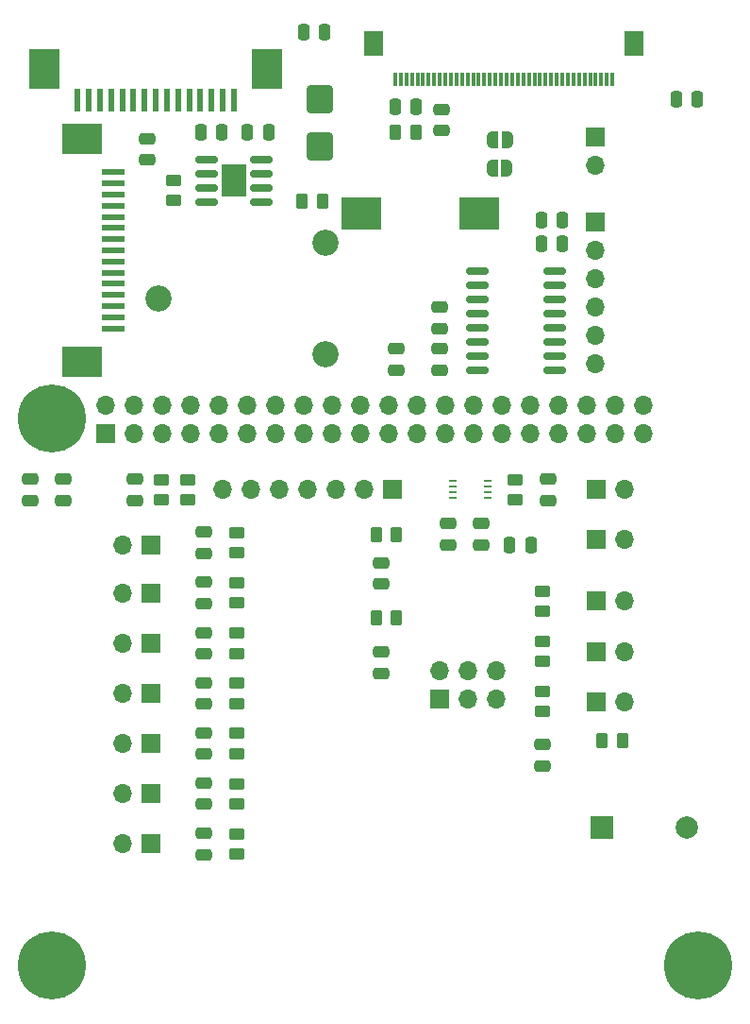
<source format=gbr>
%TF.GenerationSoftware,KiCad,Pcbnew,7.0.8*%
%TF.CreationDate,2023-11-07T10:44:17+02:00*%
%TF.ProjectId,Shield,53686965-6c64-42e6-9b69-6361645f7063,rev?*%
%TF.SameCoordinates,Original*%
%TF.FileFunction,Soldermask,Top*%
%TF.FilePolarity,Negative*%
%FSLAX46Y46*%
G04 Gerber Fmt 4.6, Leading zero omitted, Abs format (unit mm)*
G04 Created by KiCad (PCBNEW 7.0.8) date 2023-11-07 10:44:17*
%MOMM*%
%LPD*%
G01*
G04 APERTURE LIST*
G04 Aperture macros list*
%AMRoundRect*
0 Rectangle with rounded corners*
0 $1 Rounding radius*
0 $2 $3 $4 $5 $6 $7 $8 $9 X,Y pos of 4 corners*
0 Add a 4 corners polygon primitive as box body*
4,1,4,$2,$3,$4,$5,$6,$7,$8,$9,$2,$3,0*
0 Add four circle primitives for the rounded corners*
1,1,$1+$1,$2,$3*
1,1,$1+$1,$4,$5*
1,1,$1+$1,$6,$7*
1,1,$1+$1,$8,$9*
0 Add four rect primitives between the rounded corners*
20,1,$1+$1,$2,$3,$4,$5,0*
20,1,$1+$1,$4,$5,$6,$7,0*
20,1,$1+$1,$6,$7,$8,$9,0*
20,1,$1+$1,$8,$9,$2,$3,0*%
%AMFreePoly0*
4,1,19,0.500000,-0.750000,0.000000,-0.750000,0.000000,-0.744911,-0.071157,-0.744911,-0.207708,-0.704816,-0.327430,-0.627875,-0.420627,-0.520320,-0.479746,-0.390866,-0.500000,-0.250000,-0.500000,0.250000,-0.479746,0.390866,-0.420627,0.520320,-0.327430,0.627875,-0.207708,0.704816,-0.071157,0.744911,0.000000,0.744911,0.000000,0.750000,0.500000,0.750000,0.500000,-0.750000,0.500000,-0.750000,
$1*%
%AMFreePoly1*
4,1,19,0.000000,0.744911,0.071157,0.744911,0.207708,0.704816,0.327430,0.627875,0.420627,0.520320,0.479746,0.390866,0.500000,0.250000,0.500000,-0.250000,0.479746,-0.390866,0.420627,-0.520320,0.327430,-0.627875,0.207708,-0.704816,0.071157,-0.744911,0.000000,-0.744911,0.000000,-0.750000,-0.500000,-0.750000,-0.500000,0.750000,0.000000,0.750000,0.000000,0.744911,0.000000,0.744911,
$1*%
G04 Aperture macros list end*
%ADD10RoundRect,0.250000X0.475000X-0.250000X0.475000X0.250000X-0.475000X0.250000X-0.475000X-0.250000X0*%
%ADD11R,1.700000X1.700000*%
%ADD12O,1.700000X1.700000*%
%ADD13RoundRect,0.250000X-0.475000X0.250000X-0.475000X-0.250000X0.475000X-0.250000X0.475000X0.250000X0*%
%ADD14R,2.000000X0.610000*%
%ADD15R,3.600000X2.680000*%
%ADD16R,0.300000X1.300000*%
%ADD17R,1.800000X2.200000*%
%ADD18RoundRect,0.250000X0.450000X-0.262500X0.450000X0.262500X-0.450000X0.262500X-0.450000X-0.262500X0*%
%ADD19R,0.750000X0.250000*%
%ADD20RoundRect,0.250000X-0.450000X0.262500X-0.450000X-0.262500X0.450000X-0.262500X0.450000X0.262500X0*%
%ADD21RoundRect,0.250000X-0.250000X-0.475000X0.250000X-0.475000X0.250000X0.475000X-0.250000X0.475000X0*%
%ADD22R,2.000000X2.000000*%
%ADD23C,2.000000*%
%ADD24RoundRect,0.150000X-0.825000X-0.150000X0.825000X-0.150000X0.825000X0.150000X-0.825000X0.150000X0*%
%ADD25R,2.290000X3.000000*%
%ADD26RoundRect,0.250000X-0.262500X-0.450000X0.262500X-0.450000X0.262500X0.450000X-0.262500X0.450000X0*%
%ADD27C,6.100000*%
%ADD28C,2.340000*%
%ADD29RoundRect,0.250000X0.250000X0.475000X-0.250000X0.475000X-0.250000X-0.475000X0.250000X-0.475000X0*%
%ADD30RoundRect,0.150000X0.837500X0.150000X-0.837500X0.150000X-0.837500X-0.150000X0.837500X-0.150000X0*%
%ADD31R,0.610000X2.000000*%
%ADD32R,2.680000X3.600000*%
%ADD33FreePoly0,0.000000*%
%ADD34FreePoly1,0.000000*%
%ADD35RoundRect,0.250000X0.262500X0.450000X-0.262500X0.450000X-0.262500X-0.450000X0.262500X-0.450000X0*%
%ADD36RoundRect,0.250000X-0.900000X1.000000X-0.900000X-1.000000X0.900000X-1.000000X0.900000X1.000000X0*%
%ADD37R,3.600000X3.000000*%
G04 APERTURE END LIST*
D10*
%TO.C,C23*%
X95070000Y-118710000D03*
X95070000Y-116810000D03*
%TD*%
D11*
%TO.C,J8*%
X130245000Y-80010000D03*
D12*
X130245000Y-82550000D03*
X130245000Y-85090000D03*
X130245000Y-87630000D03*
X130245000Y-90170000D03*
X130245000Y-92710000D03*
%TD*%
D13*
%TO.C,C4*%
X125500000Y-126850000D03*
X125500000Y-128750000D03*
%TD*%
D10*
%TO.C,C29*%
X116459000Y-71816000D03*
X116459000Y-69916000D03*
%TD*%
D14*
%TO.C,J9*%
X87003400Y-89553000D03*
X87003400Y-88553000D03*
X87003400Y-87553000D03*
X87003400Y-86553000D03*
X87003400Y-85553000D03*
X87003400Y-84553000D03*
X87003400Y-83553000D03*
X87003400Y-82553000D03*
X87003400Y-81553000D03*
X87003400Y-80553000D03*
X87003400Y-79553000D03*
X87003400Y-78553000D03*
X87003400Y-77553000D03*
X87003400Y-76553000D03*
X87003400Y-75553000D03*
D15*
X84203400Y-72563000D03*
X84203400Y-92543000D03*
%TD*%
D16*
%TO.C,J21*%
X112280000Y-67230000D03*
X112780000Y-67230000D03*
X113280000Y-67230000D03*
X113780000Y-67230000D03*
X114280000Y-67230000D03*
X114780000Y-67230000D03*
X115280000Y-67230000D03*
X115780000Y-67230000D03*
X116280000Y-67230000D03*
X116780000Y-67230000D03*
X117280000Y-67230000D03*
X117780000Y-67230000D03*
X118280000Y-67230000D03*
X118780000Y-67230000D03*
X119280000Y-67230000D03*
X119780000Y-67230000D03*
X120280000Y-67230000D03*
X120780000Y-67230000D03*
X121280000Y-67230000D03*
X121780000Y-67230000D03*
X122280000Y-67230000D03*
X122780000Y-67230000D03*
X123280000Y-67230000D03*
X123780000Y-67230000D03*
X124280000Y-67230000D03*
X124780000Y-67230000D03*
X125280000Y-67230000D03*
X125780000Y-67230000D03*
X126280000Y-67230000D03*
X126780000Y-67230000D03*
X127280000Y-67230000D03*
X127780000Y-67230000D03*
X128280000Y-67230000D03*
X128780000Y-67230000D03*
X129280000Y-67230000D03*
X129780000Y-67230000D03*
X130280000Y-67230000D03*
X130780000Y-67230000D03*
X131280000Y-67230000D03*
X131780000Y-67230000D03*
D17*
X133680000Y-63980000D03*
X110380000Y-63980000D03*
%TD*%
D10*
%TO.C,C25*%
X95070000Y-127710000D03*
X95070000Y-125810000D03*
%TD*%
D13*
%TO.C,C8*%
X126000000Y-103050000D03*
X126000000Y-104950000D03*
%TD*%
D10*
%TO.C,C24*%
X95070000Y-123210000D03*
X95070000Y-121310000D03*
%TD*%
%TO.C,C18*%
X90000000Y-74450000D03*
X90000000Y-72550000D03*
%TD*%
D13*
%TO.C,C13*%
X116300000Y-91400000D03*
X116300000Y-93300000D03*
%TD*%
D10*
%TO.C,C27*%
X95070000Y-136710000D03*
X95070000Y-134810000D03*
%TD*%
D18*
%TO.C,R8*%
X123000000Y-104912500D03*
X123000000Y-103087500D03*
%TD*%
D11*
%TO.C,J16*%
X90398000Y-122260000D03*
D12*
X87858000Y-122260000D03*
%TD*%
D19*
%TO.C,U1*%
X117450000Y-103250000D03*
X117450000Y-103750000D03*
X117450000Y-104250000D03*
X117450000Y-104750000D03*
X120550000Y-104750000D03*
X120550000Y-104250000D03*
X120550000Y-103750000D03*
X120550000Y-103250000D03*
%TD*%
D20*
%TO.C,R7*%
X91310000Y-103117500D03*
X91310000Y-104942500D03*
%TD*%
D11*
%TO.C,J15*%
X90398000Y-117760000D03*
D12*
X87858000Y-117760000D03*
%TD*%
D11*
%TO.C,J19*%
X90398000Y-135760000D03*
D12*
X87858000Y-135760000D03*
%TD*%
D21*
%TO.C,C17*%
X125410000Y-79810000D03*
X127310000Y-79810000D03*
%TD*%
D11*
%TO.C,SW1*%
X130300000Y-108500000D03*
D12*
X132840000Y-108500000D03*
%TD*%
D10*
%TO.C,C7*%
X111000000Y-112450000D03*
X111000000Y-110550000D03*
%TD*%
D11*
%TO.C,J7*%
X112000000Y-104000000D03*
D12*
X109460000Y-104000000D03*
X106920000Y-104000000D03*
X104380000Y-104000000D03*
X101840000Y-104000000D03*
X99300000Y-104000000D03*
X96760000Y-104000000D03*
%TD*%
D20*
%TO.C,R19*%
X98070000Y-134847500D03*
X98070000Y-136672500D03*
%TD*%
D10*
%TO.C,C16*%
X112350000Y-93300000D03*
X112350000Y-91400000D03*
%TD*%
D22*
%TO.C,BZ1*%
X130850000Y-134320000D03*
D23*
X138450000Y-134320000D03*
%TD*%
D24*
%TO.C,U2*%
X95330000Y-74406000D03*
X95330000Y-75676000D03*
X95330000Y-76946000D03*
X95330000Y-78216000D03*
X100280000Y-78216000D03*
X100280000Y-76946000D03*
X100280000Y-75676000D03*
X100280000Y-74406000D03*
D25*
X97805000Y-76311000D03*
%TD*%
D26*
%TO.C,R12*%
X103925000Y-78150000D03*
X105750000Y-78150000D03*
%TD*%
D27*
%TO.C,H3*%
X81467200Y-97658600D03*
%TD*%
D10*
%TO.C,C22*%
X95070000Y-114210000D03*
X95070000Y-112310000D03*
%TD*%
D20*
%TO.C,R3*%
X125500000Y-122087500D03*
X125500000Y-123912500D03*
%TD*%
%TO.C,R18*%
X98070000Y-130347500D03*
X98070000Y-132172500D03*
%TD*%
D21*
%TO.C,C19*%
X104050000Y-63000000D03*
X105950000Y-63000000D03*
%TD*%
D11*
%TO.C,SW2*%
X130350000Y-104000000D03*
D12*
X132890000Y-104000000D03*
%TD*%
D21*
%TO.C,C12*%
X94838000Y-71977000D03*
X96738000Y-71977000D03*
%TD*%
D10*
%TO.C,C20*%
X88900000Y-104950000D03*
X88900000Y-103050000D03*
%TD*%
D11*
%TO.C,J3*%
X130350000Y-118500000D03*
D12*
X132890000Y-118500000D03*
%TD*%
D26*
%TO.C,R20*%
X112305500Y-72009000D03*
X114130500Y-72009000D03*
%TD*%
D21*
%TO.C,C28*%
X112268000Y-69723000D03*
X114168000Y-69723000D03*
%TD*%
D11*
%TO.C,J1*%
X130245000Y-72390000D03*
D12*
X130245000Y-74930000D03*
%TD*%
D28*
%TO.C,R11*%
X106052000Y-81868000D03*
X91052000Y-86868000D03*
X106052000Y-91868000D03*
%TD*%
D10*
%TO.C,C21*%
X95070000Y-109710000D03*
X95070000Y-107810000D03*
%TD*%
D21*
%TO.C,C15*%
X125400000Y-82000000D03*
X127300000Y-82000000D03*
%TD*%
D26*
%TO.C,R6*%
X110587500Y-108000000D03*
X112412500Y-108000000D03*
%TD*%
D11*
%TO.C,J14*%
X90398000Y-113260000D03*
D12*
X87858000Y-113260000D03*
%TD*%
D29*
%TO.C,C5*%
X124450000Y-109000000D03*
X122550000Y-109000000D03*
%TD*%
D20*
%TO.C,R10*%
X92409000Y-76264000D03*
X92409000Y-78089000D03*
%TD*%
D11*
%TO.C,J13*%
X90398000Y-108964000D03*
D12*
X87858000Y-108964000D03*
%TD*%
D30*
%TO.C,U3*%
X126562500Y-93295000D03*
X126562500Y-92025000D03*
X126562500Y-90755000D03*
X126562500Y-89485000D03*
X126562500Y-88215000D03*
X126562500Y-86945000D03*
X126562500Y-85675000D03*
X126562500Y-84405000D03*
X119637500Y-84405000D03*
X119637500Y-85675000D03*
X119637500Y-86945000D03*
X119637500Y-88215000D03*
X119637500Y-89485000D03*
X119637500Y-90755000D03*
X119637500Y-92025000D03*
X119637500Y-93295000D03*
%TD*%
D31*
%TO.C,J10*%
X83790000Y-69085400D03*
X84790000Y-69085400D03*
X85790000Y-69085400D03*
X86790000Y-69085400D03*
X87790000Y-69085400D03*
X88790000Y-69085400D03*
X89790000Y-69085400D03*
X90790000Y-69085400D03*
X91790000Y-69085400D03*
X92790000Y-69085400D03*
X93790000Y-69085400D03*
X94790000Y-69085400D03*
X95790000Y-69085400D03*
X96790000Y-69085400D03*
X97790000Y-69085400D03*
D32*
X100780000Y-66285400D03*
X80800000Y-66285400D03*
%TD*%
D20*
%TO.C,R17*%
X98070000Y-125847500D03*
X98070000Y-127672500D03*
%TD*%
D21*
%TO.C,C3*%
X137500000Y-69000000D03*
X139400000Y-69000000D03*
%TD*%
D20*
%TO.C,R13*%
X98070000Y-107847500D03*
X98070000Y-109672500D03*
%TD*%
%TO.C,R16*%
X98070000Y-121347500D03*
X98070000Y-123172500D03*
%TD*%
D13*
%TO.C,C2*%
X82500000Y-103050000D03*
X82500000Y-104950000D03*
%TD*%
D20*
%TO.C,R9*%
X93660000Y-103117500D03*
X93660000Y-104942500D03*
%TD*%
%TO.C,R15*%
X98070000Y-116847500D03*
X98070000Y-118672500D03*
%TD*%
D13*
%TO.C,C9*%
X117000000Y-107050000D03*
X117000000Y-108950000D03*
%TD*%
D10*
%TO.C,C14*%
X116300000Y-89550000D03*
X116300000Y-87650000D03*
%TD*%
D11*
%TO.C,J6*%
X116300000Y-122740000D03*
D12*
X116300000Y-120200000D03*
X118840000Y-122740000D03*
X118840000Y-120200000D03*
X121380000Y-122740000D03*
X121380000Y-120200000D03*
%TD*%
D20*
%TO.C,R2*%
X125500000Y-117587500D03*
X125500000Y-119412500D03*
%TD*%
D11*
%TO.C,J17*%
X90398000Y-126760000D03*
D12*
X87858000Y-126760000D03*
%TD*%
D33*
%TO.C,JP1*%
X121031000Y-72644000D03*
D34*
X122331000Y-72644000D03*
%TD*%
D33*
%TO.C,JP2*%
X121001000Y-75184000D03*
D34*
X122301000Y-75184000D03*
%TD*%
D27*
%TO.C,H4*%
X139467200Y-146658600D03*
%TD*%
D35*
%TO.C,R4*%
X132692500Y-126490000D03*
X130867500Y-126490000D03*
%TD*%
D10*
%TO.C,C6*%
X111000000Y-120450000D03*
X111000000Y-118550000D03*
%TD*%
D36*
%TO.C,D1*%
X105537000Y-68970000D03*
X105537000Y-73270000D03*
%TD*%
D20*
%TO.C,R14*%
X98070000Y-112347500D03*
X98070000Y-114172500D03*
%TD*%
D13*
%TO.C,C1*%
X79500000Y-103050000D03*
X79500000Y-104950000D03*
%TD*%
D11*
%TO.C,J18*%
X90398000Y-131260000D03*
D12*
X87858000Y-131260000D03*
%TD*%
D11*
%TO.C,J2*%
X130350000Y-114000000D03*
D12*
X132890000Y-114000000D03*
%TD*%
D29*
%TO.C,C11*%
X100929000Y-71977000D03*
X99029000Y-71977000D03*
%TD*%
D10*
%TO.C,C26*%
X95070000Y-132210000D03*
X95070000Y-130310000D03*
%TD*%
D26*
%TO.C,R5*%
X110587500Y-115500000D03*
X112412500Y-115500000D03*
%TD*%
D37*
%TO.C,L1*%
X109200000Y-79250000D03*
X119800000Y-79250000D03*
%TD*%
D11*
%TO.C,J4*%
X130350000Y-123000000D03*
D12*
X132890000Y-123000000D03*
%TD*%
D20*
%TO.C,R1*%
X125500000Y-113087500D03*
X125500000Y-114912500D03*
%TD*%
D10*
%TO.C,C10*%
X120000000Y-108950000D03*
X120000000Y-107050000D03*
%TD*%
D27*
%TO.C,H2*%
X81467200Y-146658600D03*
%TD*%
D11*
%TO.C,J5*%
X86337200Y-99018600D03*
D12*
X86337200Y-96478600D03*
X88877200Y-99018600D03*
X88877200Y-96478600D03*
X91417200Y-99018600D03*
X91417200Y-96478600D03*
X93957200Y-99018600D03*
X93957200Y-96478600D03*
X96497200Y-99018600D03*
X96497200Y-96478600D03*
X99037200Y-99018600D03*
X99037200Y-96478600D03*
X101577200Y-99018600D03*
X101577200Y-96478600D03*
X104117200Y-99018600D03*
X104117200Y-96478600D03*
X106657200Y-99018600D03*
X106657200Y-96478600D03*
X109197200Y-99018600D03*
X109197200Y-96478600D03*
X111737200Y-99018600D03*
X111737200Y-96478600D03*
X114277200Y-99018600D03*
X114277200Y-96478600D03*
X116817200Y-99018600D03*
X116817200Y-96478600D03*
X119357200Y-99018600D03*
X119357200Y-96478600D03*
X121897200Y-99018600D03*
X121897200Y-96478600D03*
X124437200Y-99018600D03*
X124437200Y-96478600D03*
X126977200Y-99018600D03*
X126977200Y-96478600D03*
X129517200Y-99018600D03*
X129517200Y-96478600D03*
X132057200Y-99018600D03*
X132057200Y-96478600D03*
X134597200Y-99018600D03*
X134597200Y-96478600D03*
%TD*%
M02*

</source>
